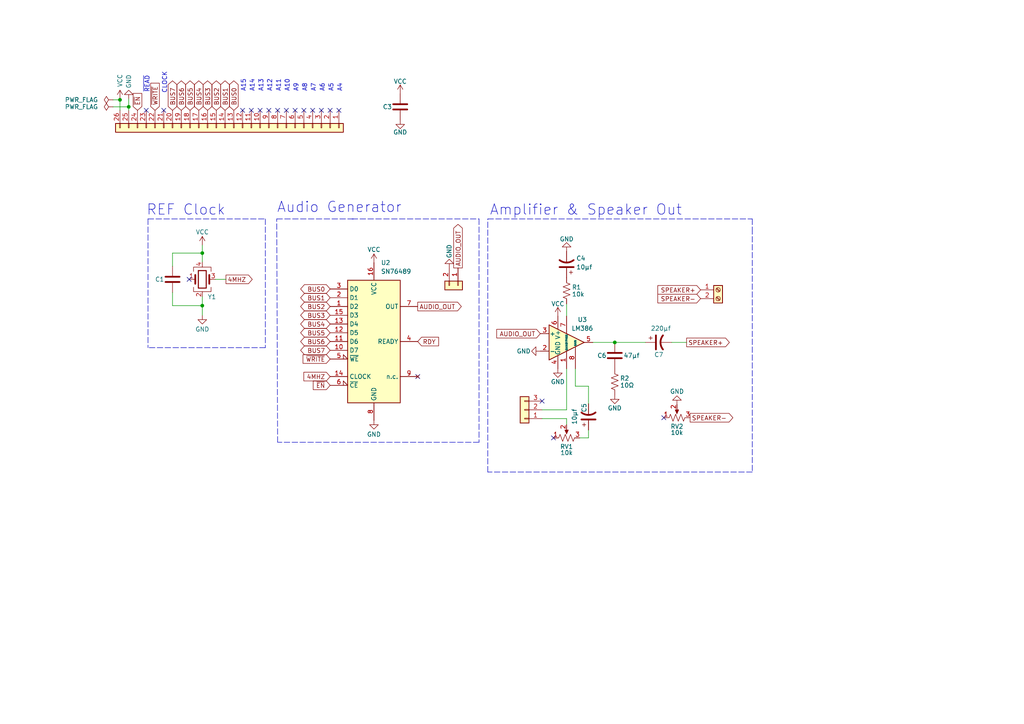
<source format=kicad_sch>
(kicad_sch (version 20211123) (generator eeschema)
  (paper "A4")
  (lib_symbols
    (symbol "Amplifier_Audio:LM386" (pin_names (offset 0.127))
      (property "Reference" "U" (at 1.27 7.62 0))
      (property "Value" "LM386" (at 1.27 5.08 0))
      (symbol "LM386_0_1"
        (polyline (pts (xy 5.08 0) (xy -5.08 5.08) (xy -5.08 -5.08) (xy 5.08 0)) (stroke (width 0.254)) (fill (type background)))
      )
      (symbol "LM386_1_1"
        (pin input line (at 0 -7.62 90) (length 5.08) (name "GAIN") (number "1"))
        (pin input line (at -7.62 -2.54 0) (length 2.54) (name "-") (number "2"))
        (pin input line (at -7.62 2.54 0) (length 2.54) (name "+") (number "3"))
        (pin power_in line (at -2.54 -7.62 90) (length 3.81) (name "GND") (number "4"))
        (pin output line (at 7.62 0 180) (length 2.54) (name "~") (number "5"))
        (pin power_in line (at -2.54 7.62 270) (length 3.81) (name "V+") (number "6"))
        (pin input line (at 0 7.62 270) (length 5.08) (name "BYPASS") (number "7"))
        (pin input line (at 2.54 -7.62 90) (length 6.35) (name "GAIN") (number "8"))
      )
    )
    (symbol "Connector:Screw_Terminal_01x02" (pin_names (offset 1.016) hide)
      (property "Reference" "J" (at 0 2.54 0))
      (property "Value" "Screw_Terminal_01x02" (at 0 -5.08 0))
      (symbol "Screw_Terminal_01x02_1_1"
        (rectangle (start -1.27 1.27) (end 1.27 -3.81) (stroke (width 0.254)) (fill (type background)))
        (circle (center 0 -2.54) (radius 0.635) (stroke (width 0.1524)))
        (polyline (pts (xy -0.5334 -2.2098) (xy 0.3302 -3.048)) (stroke (width 0.1524)))
        (polyline (pts (xy -0.5334 0.3302) (xy 0.3302 -0.508)) (stroke (width 0.1524)))
        (polyline (pts (xy -0.3556 -2.032) (xy 0.508 -2.8702)) (stroke (width 0.1524)))
        (polyline (pts (xy -0.3556 0.508) (xy 0.508 -0.3302)) (stroke (width 0.1524)))
        (circle (center 0 0) (radius 0.635) (stroke (width 0.1524)))
        (pin passive line (at -5.08 0 0) (length 3.81) (name "Pin_1") (number "1"))
        (pin passive line (at -5.08 -2.54 0) (length 3.81) (name "Pin_2") (number "2"))
      )
    )
    (symbol "Connector_Generic:Conn_01x02" (pin_names (offset 1.016) hide)
      (property "Reference" "J" (at 0 2.54 0))
      (property "Value" "Conn_01x02" (at 0 -5.08 0))
      (symbol "Conn_01x02_1_1"
        (rectangle (start -1.27 -2.413) (end 0 -2.667) (stroke (width 0.1524)))
        (rectangle (start -1.27 0.127) (end 0 -0.127) (stroke (width 0.1524)))
        (rectangle (start -1.27 1.27) (end 1.27 -3.81) (stroke (width 0.254)) (fill (type background)))
        (pin passive line (at -5.08 0 0) (length 3.81) (name "Pin_1") (number "1"))
        (pin passive line (at -5.08 -2.54 0) (length 3.81) (name "Pin_2") (number "2"))
      )
    )
    (symbol "Connector_Generic:Conn_01x03" (pin_names (offset 1.016) hide)
      (property "Reference" "J" (at 0 5.08 0))
      (property "Value" "Conn_01x03" (at 0 -5.08 0))
      (symbol "Conn_01x03_1_1"
        (rectangle (start -1.27 -2.413) (end 0 -2.667) (stroke (width 0.1524)))
        (rectangle (start -1.27 0.127) (end 0 -0.127) (stroke (width 0.1524)))
        (rectangle (start -1.27 2.667) (end 0 2.413) (stroke (width 0.1524)))
        (rectangle (start -1.27 3.81) (end 1.27 -3.81) (stroke (width 0.254)) (fill (type background)))
        (pin passive line (at -5.08 2.54 0) (length 3.81) (name "Pin_1") (number "1"))
        (pin passive line (at -5.08 0 0) (length 3.81) (name "Pin_2") (number "2"))
        (pin passive line (at -5.08 -2.54 0) (length 3.81) (name "Pin_3") (number "3"))
      )
    )
    (symbol "Connector_Generic:Conn_01x26" (pin_names (offset 1.016) hide)
      (property "Reference" "J" (at 0 33.02 0))
      (property "Value" "Conn_01x26" (at 0 -35.56 0))
      (symbol "Conn_01x26_1_1"
        (rectangle (start -1.27 -32.893) (end 0 -33.147) (stroke (width 0.1524)))
        (rectangle (start -1.27 -30.353) (end 0 -30.607) (stroke (width 0.1524)))
        (rectangle (start -1.27 -27.813) (end 0 -28.067) (stroke (width 0.1524)))
        (rectangle (start -1.27 -25.273) (end 0 -25.527) (stroke (width 0.1524)))
        (rectangle (start -1.27 -22.733) (end 0 -22.987) (stroke (width 0.1524)))
        (rectangle (start -1.27 -20.193) (end 0 -20.447) (stroke (width 0.1524)))
        (rectangle (start -1.27 -17.653) (end 0 -17.907) (stroke (width 0.1524)))
        (rectangle (start -1.27 -15.113) (end 0 -15.367) (stroke (width 0.1524)))
        (rectangle (start -1.27 -12.573) (end 0 -12.827) (stroke (width 0.1524)))
        (rectangle (start -1.27 -10.033) (end 0 -10.287) (stroke (width 0.1524)))
        (rectangle (start -1.27 -7.493) (end 0 -7.747) (stroke (width 0.1524)))
        (rectangle (start -1.27 -4.953) (end 0 -5.207) (stroke (width 0.1524)))
        (rectangle (start -1.27 -2.413) (end 0 -2.667) (stroke (width 0.1524)))
        (rectangle (start -1.27 0.127) (end 0 -0.127) (stroke (width 0.1524)))
        (rectangle (start -1.27 2.667) (end 0 2.413) (stroke (width 0.1524)))
        (rectangle (start -1.27 5.207) (end 0 4.953) (stroke (width 0.1524)))
        (rectangle (start -1.27 7.747) (end 0 7.493) (stroke (width 0.1524)))
        (rectangle (start -1.27 10.287) (end 0 10.033) (stroke (width 0.1524)))
        (rectangle (start -1.27 12.827) (end 0 12.573) (stroke (width 0.1524)))
        (rectangle (start -1.27 15.367) (end 0 15.113) (stroke (width 0.1524)))
        (rectangle (start -1.27 17.907) (end 0 17.653) (stroke (width 0.1524)))
        (rectangle (start -1.27 20.447) (end 0 20.193) (stroke (width 0.1524)))
        (rectangle (start -1.27 22.987) (end 0 22.733) (stroke (width 0.1524)))
        (rectangle (start -1.27 25.527) (end 0 25.273) (stroke (width 0.1524)))
        (rectangle (start -1.27 28.067) (end 0 27.813) (stroke (width 0.1524)))
        (rectangle (start -1.27 30.607) (end 0 30.353) (stroke (width 0.1524)))
        (rectangle (start -1.27 31.75) (end 1.27 -34.29) (stroke (width 0.254)) (fill (type background)))
        (pin passive line (at -5.08 30.48 0) (length 3.81) (name "Pin_1") (number "1"))
        (pin passive line (at -5.08 7.62 0) (length 3.81) (name "Pin_10") (number "10"))
        (pin passive line (at -5.08 5.08 0) (length 3.81) (name "Pin_11") (number "11"))
        (pin passive line (at -5.08 2.54 0) (length 3.81) (name "Pin_12") (number "12"))
        (pin passive line (at -5.08 0 0) (length 3.81) (name "Pin_13") (number "13"))
        (pin passive line (at -5.08 -2.54 0) (length 3.81) (name "Pin_14") (number "14"))
        (pin passive line (at -5.08 -5.08 0) (length 3.81) (name "Pin_15") (number "15"))
        (pin passive line (at -5.08 -7.62 0) (length 3.81) (name "Pin_16") (number "16"))
        (pin passive line (at -5.08 -10.16 0) (length 3.81) (name "Pin_17") (number "17"))
        (pin passive line (at -5.08 -12.7 0) (length 3.81) (name "Pin_18") (number "18"))
        (pin passive line (at -5.08 -15.24 0) (length 3.81) (name "Pin_19") (number "19"))
        (pin passive line (at -5.08 27.94 0) (length 3.81) (name "Pin_2") (number "2"))
        (pin passive line (at -5.08 -17.78 0) (length 3.81) (name "Pin_20") (number "20"))
        (pin passive line (at -5.08 -20.32 0) (length 3.81) (name "Pin_21") (number "21"))
        (pin passive line (at -5.08 -22.86 0) (length 3.81) (name "Pin_22") (number "22"))
        (pin passive line (at -5.08 -25.4 0) (length 3.81) (name "Pin_23") (number "23"))
        (pin passive line (at -5.08 -27.94 0) (length 3.81) (name "Pin_24") (number "24"))
        (pin passive line (at -5.08 -30.48 0) (length 3.81) (name "Pin_25") (number "25"))
        (pin passive line (at -5.08 -33.02 0) (length 3.81) (name "Pin_26") (number "26"))
        (pin passive line (at -5.08 25.4 0) (length 3.81) (name "Pin_3") (number "3"))
        (pin passive line (at -5.08 22.86 0) (length 3.81) (name "Pin_4") (number "4"))
        (pin passive line (at -5.08 20.32 0) (length 3.81) (name "Pin_5") (number "5"))
        (pin passive line (at -5.08 17.78 0) (length 3.81) (name "Pin_6") (number "6"))
        (pin passive line (at -5.08 15.24 0) (length 3.81) (name "Pin_7") (number "7"))
        (pin passive line (at -5.08 12.7 0) (length 3.81) (name "Pin_8") (number "8"))
        (pin passive line (at -5.08 10.16 0) (length 3.81) (name "Pin_9") (number "9"))
      )
    )
    (symbol "Device:C" (pin_numbers hide) (pin_names (offset 0.254))
      (property "Reference" "C" (at 0.635 2.54 0))
      (property "Value" "C" (at 0.635 -2.54 0))
      (symbol "C_0_1"
        (polyline (pts (xy -2.032 -0.762) (xy 2.032 -0.762)) (stroke (width 0.508)))
        (polyline (pts (xy -2.032 0.762) (xy 2.032 0.762)) (stroke (width 0.508)))
      )
      (symbol "C_1_1"
        (pin passive line (at 0 3.81 270) (length 2.794) (name "~") (number "1"))
        (pin passive line (at 0 -3.81 90) (length 2.794) (name "~") (number "2"))
      )
    )
    (symbol "Device:C_Polarized_US" (pin_numbers hide) (pin_names (offset 0.254) hide)
      (property "Reference" "C" (at 0.635 2.54 0))
      (property "Value" "C_Polarized_US" (at 0.635 -2.54 0))
      (symbol "C_Polarized_US_0_1"
        (polyline (pts (xy -2.032 0.762) (xy 2.032 0.762)) (stroke (width 0.508)))
        (polyline (pts (xy -1.778 2.286) (xy -0.762 2.286)))
        (polyline (pts (xy -1.27 1.778) (xy -1.27 2.794)))
        (arc (start 2.032 -1.27) (mid 0 -0.5572) (end -2.032 -1.27) (stroke (width 0.508)))
      )
      (symbol "C_Polarized_US_1_1"
        (pin passive line (at 0 3.81 270) (length 2.794) (name "~") (number "1"))
        (pin passive line (at 0 -3.81 90) (length 3.302) (name "~") (number "2"))
      )
    )
    (symbol "Device:Crystal_GND24" (pin_names (offset 1.016) hide)
      (property "Reference" "Y" (at 3.175 5.08 0))
      (property "Value" "Crystal_GND24" (at 3.175 3.175 0))
      (symbol "Crystal_GND24_0_1"
        (rectangle (start -1.143 2.54) (end 1.143 -2.54) (stroke (width 0.3048)))
        (polyline (pts (xy -2.54 0) (xy -2.032 0)))
        (polyline (pts (xy -2.032 -1.27) (xy -2.032 1.27)) (stroke (width 0.508)))
        (polyline (pts (xy 0 -3.81) (xy 0 -3.556)))
        (polyline (pts (xy 0 3.556) (xy 0 3.81)))
        (polyline (pts (xy 2.032 -1.27) (xy 2.032 1.27)) (stroke (width 0.508)))
        (polyline (pts (xy 2.032 0) (xy 2.54 0)))
        (polyline (pts (xy -2.54 -2.286) (xy -2.54 -3.556) (xy 2.54 -3.556) (xy 2.54 -2.286)))
        (polyline (pts (xy -2.54 2.286) (xy -2.54 3.556) (xy 2.54 3.556) (xy 2.54 2.286)))
      )
      (symbol "Crystal_GND24_1_1"
        (pin passive line (at -3.81 0 0) (length 1.27) (name "1") (number "1"))
        (pin passive line (at 0 5.08 270) (length 1.27) (name "2") (number "2"))
        (pin passive line (at 3.81 0 180) (length 1.27) (name "3") (number "3"))
        (pin passive line (at 0 -5.08 90) (length 1.27) (name "4") (number "4"))
      )
    )
    (symbol "Device:R_Potentiometer_US" (pin_names (offset 1.016) hide)
      (property "Reference" "RV" (at -4.445 0 90))
      (property "Value" "R_Potentiometer_US" (at -2.54 0 90))
      (symbol "R_Potentiometer_US_0_1"
        (polyline (pts (xy 0 -2.286) (xy 0 -2.54)))
        (polyline (pts (xy 0 2.54) (xy 0 2.286)))
        (polyline (pts (xy 2.54 0) (xy 1.524 0)))
        (polyline (pts (xy 1.143 0) (xy 2.286 0.508) (xy 2.286 -0.508) (xy 1.143 0)) (fill (type outline)))
        (polyline (pts (xy 0 -0.762) (xy 1.016 -1.143) (xy 0 -1.524) (xy -1.016 -1.905) (xy 0 -2.286)))
        (polyline (pts (xy 0 0.762) (xy 1.016 0.381) (xy 0 0) (xy -1.016 -0.381) (xy 0 -0.762)))
        (polyline (pts (xy 0 2.286) (xy 1.016 1.905) (xy 0 1.524) (xy -1.016 1.143) (xy 0 0.762)))
      )
      (symbol "R_Potentiometer_US_1_1"
        (pin passive line (at 0 3.81 270) (length 1.27) (name "1") (number "1"))
        (pin passive line (at 3.81 0 180) (length 1.27) (name "2") (number "2"))
        (pin passive line (at 0 -3.81 90) (length 1.27) (name "3") (number "3"))
      )
    )
    (symbol "Device:R_US" (pin_numbers hide) (pin_names (offset 0))
      (property "Reference" "R" (at 2.54 0 90))
      (property "Value" "R_US" (at -2.54 0 90))
      (symbol "R_US_0_1"
        (polyline (pts (xy 0 -2.286) (xy 0 -2.54)))
        (polyline (pts (xy 0 2.286) (xy 0 2.54)))
        (polyline (pts (xy 0 -0.762) (xy 1.016 -1.143) (xy 0 -1.524) (xy -1.016 -1.905) (xy 0 -2.286)))
        (polyline (pts (xy 0 0.762) (xy 1.016 0.381) (xy 0 0) (xy -1.016 -0.381) (xy 0 -0.762)))
        (polyline (pts (xy 0 2.286) (xy 1.016 1.905) (xy 0 1.524) (xy -1.016 1.143) (xy 0 0.762)))
      )
      (symbol "R_US_1_1"
        (pin passive line (at 0 3.81 270) (length 1.27) (name "~") (number "1"))
        (pin passive line (at 0 -3.81 90) (length 1.27) (name "~") (number "2"))
      )
    )
    (symbol "LIBRARY-8-bit-computer:SN76489"
      (property "Reference" "U" (at 5.08 17.78 0))
      (property "Value" "SN76489" (at 5.08 15.24 0))
      (symbol "SN76489_1_0"
        (pin input line (at -13.97 5.08 0) (length 5.08) (name "D2") (number "1"))
        (pin input line (at -13.97 -7.62 0) (length 5.08) (name "D7") (number "10"))
        (pin input line (at -13.97 -5.08 0) (length 5.08) (name "D6") (number "11"))
        (pin input line (at -13.97 -2.54 0) (length 5.08) (name "D5") (number "12"))
        (pin input line (at -13.97 0 0) (length 5.08) (name "D4") (number "13"))
        (pin input line (at -13.97 -15.24 0) (length 5.08) (name "CLOCK") (number "14"))
        (pin input line (at -13.97 2.54 0) (length 5.08) (name "D3") (number "15"))
        (pin power_in line (at -1.27 17.78 270) (length 5.08) (name "VCC") (number "16"))
        (pin input line (at -13.97 7.62 0) (length 5.08) (name "D1") (number "2"))
        (pin input line (at -13.97 10.16 0) (length 5.08) (name "D0") (number "3"))
        (pin output line (at 11.43 -5.08 180) (length 5.08) (name "READY") (number "4"))
        (pin input input_low (at -13.97 -10.16 0) (length 5.08) (name "~{WE}") (number "5"))
        (pin input input_low (at -13.97 -17.78 0) (length 5.08) (name "~{CE}") (number "6"))
        (pin output line (at 11.43 5.08 180) (length 5.08) (name "OUT") (number "7"))
        (pin power_in line (at -1.27 -27.94 90) (length 5.08) (name "GND") (number "8"))
        (pin no_connect line (at 11.43 -15.24 180) (length 5.08) (name "n.c.") (number "9"))
      )
      (symbol "SN76489_1_1"
        (rectangle (start -8.89 12.7) (end 6.35 -22.86) (stroke (width 0.254)) (fill (type background)))
      )
    )
    (symbol "power:GND" (power) (pin_names (offset 0))
      (property "Value" "GND" (at 0 -3.81 0))
      (symbol "GND_0_1"
        (polyline (pts (xy 0 0) (xy 0 -1.27) (xy 1.27 -1.27) (xy 0 -2.54) (xy -1.27 -1.27) (xy 0 -1.27)))
      )
      (symbol "GND_1_1"
        (pin power_in line (at 0 0 270) (length 0) hide (name "GND") (number "1"))
      )
    )
    (symbol "power:PWR_FLAG" (power) (pin_numbers hide) (pin_names (offset 0) hide)
      (property "Value" "PWR_FLAG" (at 0 3.81 0))
      (symbol "PWR_FLAG_0_0"
        (pin power_out line (at 0 0 90) (length 0) (name "pwr") (number "1"))
      )
      (symbol "PWR_FLAG_0_1"
        (polyline (pts (xy 0 0) (xy 0 1.27) (xy -1.016 1.905) (xy 0 2.54) (xy 1.016 1.905) (xy 0 1.27)))
      )
    )
    (symbol "power:VCC" (power) (pin_names (offset 0))
      (property "Value" "VCC" (at 0 3.81 0))
      (symbol "VCC_0_1"
        (polyline (pts (xy -0.762 1.27) (xy 0 2.54)))
        (polyline (pts (xy 0 0) (xy 0 2.54)))
        (polyline (pts (xy 0 2.54) (xy 0.762 1.27)))
      )
      (symbol "VCC_1_1"
        (pin power_in line (at 0 0 90) (length 0) hide (name "VCC") (number "1"))
      )
    )
  )
  (junction (at 58.674 88.646))
  (junction (at 37.338 30.988))
  (junction (at 34.798 28.956))
  (junction (at 178.308 99.314))
  (junction (at 58.674 73.406))
  (no_connect (at 90.678 32.004))
  (no_connect (at 85.598 32.004))
  (no_connect (at 80.518 32.004))
  (no_connect (at 93.218 32.004))
  (no_connect (at 70.358 32.004))
  (no_connect (at 88.138 32.004))
  (no_connect (at 42.418 32.004))
  (no_connect (at 121.158 109.22))
  (no_connect (at 54.864 81.026))
  (no_connect (at 98.298 32.004))
  (no_connect (at 95.758 32.004))
  (no_connect (at 77.978 32.004))
  (no_connect (at 75.438 32.004))
  (no_connect (at 192.532 121.158))
  (no_connect (at 47.498 32.004))
  (no_connect (at 83.058 32.004))
  (no_connect (at 72.898 32.004))
  (no_connect (at 160.528 127))
  (no_connect (at 157.226 116.332))
  (polyline (pts (xy 42.926 63.5) (xy 42.926 100.838)))
  (wire (pts (xy 166.878 112.014) (xy 166.878 106.934)))
  (wire (pts (xy 58.674 71.12) (xy 58.674 73.406)))
  (polyline (pts (xy 42.926 63.5) (xy 76.962 63.5)))
  (wire (pts (xy 164.338 118.872) (xy 157.226 118.872)))
  (wire (pts (xy 58.674 73.406) (xy 58.674 75.946)))
  (polyline (pts (xy 76.962 63.5) (xy 76.962 100.838)))
  (polyline (pts (xy 141.478 63.5) (xy 218.186 63.5)))
  (wire (pts (xy 37.338 30.988) (xy 32.766 30.988)))
  (polyline (pts (xy 80.518 128.27) (xy 80.264 63.5)))
  (wire (pts (xy 50.038 77.216) (xy 50.038 73.406)))
  (polyline (pts (xy 80.264 63.5) (xy 102.87 63.5)))
  (wire (pts (xy 58.674 88.646) (xy 50.038 88.646)))
  (wire (pts (xy 194.818 99.314) (xy 199.136 99.314)))
  (wire (pts (xy 37.338 32.004) (xy 37.338 30.988)))
  (wire (pts (xy 50.038 88.646) (xy 50.038 84.836)))
  (polyline (pts (xy 76.962 100.838) (xy 42.926 100.838)))
  (wire (pts (xy 171.958 99.314) (xy 178.308 99.314)))
  (polyline (pts (xy 138.938 128.27) (xy 80.518 128.27)))
  (polyline (pts (xy 141.478 136.906) (xy 141.478 63.5)))
  (wire (pts (xy 50.038 73.406) (xy 58.674 73.406)))
  (wire (pts (xy 168.148 127) (xy 170.688 127)))
  (wire (pts (xy 164.338 88.138) (xy 164.338 91.694)))
  (wire (pts (xy 170.688 117.094) (xy 170.688 112.014)))
  (polyline (pts (xy 218.186 66.294) (xy 218.186 136.906)))
  (wire (pts (xy 65.532 81.026) (xy 62.484 81.026)))
  (wire (pts (xy 170.688 112.014) (xy 166.878 112.014)))
  (wire (pts (xy 58.674 91.44) (xy 58.674 88.646)))
  (wire (pts (xy 170.688 124.714) (xy 170.688 127)))
  (polyline (pts (xy 138.938 63.5) (xy 138.938 128.27)))
  (wire (pts (xy 34.798 28.956) (xy 34.798 28.702)))
  (wire (pts (xy 164.338 121.412) (xy 164.338 123.19)))
  (wire (pts (xy 157.226 121.412) (xy 164.338 121.412)))
  (polyline (pts (xy 218.186 136.906) (xy 141.478 136.906)))
  (wire (pts (xy 58.674 88.646) (xy 58.674 86.106)))
  (wire (pts (xy 37.338 30.988) (xy 37.338 28.702)))
  (wire (pts (xy 34.798 32.004) (xy 34.798 28.956)))
  (wire (pts (xy 164.338 106.934) (xy 164.338 118.872)))
  (polyline (pts (xy 102.108 63.5) (xy 138.938 63.5)))
  (wire (pts (xy 32.766 28.956) (xy 34.798 28.956)))
  (wire (pts (xy 178.308 99.314) (xy 187.198 99.314)))
  (polyline (pts (xy 218.186 63.5) (xy 218.186 66.294)))
  (text "A6" (at 94.234 26.67 90) (effects (font (size 1.27 1.27)) (justify left bottom)))
  (text "A12" (at 78.994 26.67 90) (effects (font (size 1.27 1.27)) (justify left bottom)))
  (text "A10" (at 84.074 26.67 90) (effects (font (size 1.27 1.27)) (justify left bottom)))
  (text "A5" (at 96.774 26.67 90) (effects (font (size 1.27 1.27)) (justify left bottom)))
  (text "A7" (at 91.694 26.67 90) (effects (font (size 1.27 1.27)) (justify left bottom)))
  (text "A13" (at 76.454 26.67 90) (effects (font (size 1.27 1.27)) (justify left bottom)))
  (text "CLOCK" (at 48.514 27.178 90) (effects (font (size 1.27 1.27)) (justify left bottom)))
  (text "Amplifier & Speaker Out" (at 141.986 62.738 0) (effects (font (size 3 3)) (justify left bottom)))
  (text "REF Clock" (at 42.418 62.738 0) (effects (font (size 3 3)) (justify left bottom)))
  (text "A9" (at 86.614 26.67 90) (effects (font (size 1.27 1.27)) (justify left bottom)))
  (text "A8" (at 89.154 26.67 90) (effects (font (size 1.27 1.27)) (justify left bottom)))
  (text "A15" (at 71.374 26.67 90) (effects (font (size 1.27 1.27)) (justify left bottom)))
  (text "~{READ}" (at 43.434 26.924 90) (effects (font (size 1.27 1.27)) (justify left bottom)))
  (text "Audio Generator" (at 80.264 61.976 0) (effects (font (size 3 3)) (justify left bottom)))
  (text "A14" (at 73.914 26.67 90) (effects (font (size 1.27 1.27)) (justify left bottom)))
  (text "A11" (at 81.534 26.67 90) (effects (font (size 1.27 1.27)) (justify left bottom)))
  (text "A4" (at 99.314 26.67 90) (effects (font (size 1.27 1.27)) (justify left bottom)))
  (global_label "~{EN}" (shape input) (at 39.878 32.004 90) (property "Intersheet References" "${INTERSHEET_REFS}" (effects hide)))
  (global_label "BUS2" (shape tri_state) (at 95.758 88.9 180) (property "Intersheet References" "${INTERSHEET_REFS}" (effects hide)))
  (global_label "BUS0" (shape tri_state) (at 67.818 32.004 90) (property "Intersheet References" "${INTERSHEET_REFS}" (effects hide)))
  (global_label "4MHZ" (shape input) (at 95.758 109.22 180) (property "Intersheet References" "${INTERSHEET_REFS}" (effects hide)))
  (global_label "BUS3" (shape tri_state) (at 60.198 32.004 90) (property "Intersheet References" "${INTERSHEET_REFS}" (effects hide)))
  (global_label "BUS1" (shape tri_state) (at 95.758 86.36 180) (property "Intersheet References" "${INTERSHEET_REFS}" (effects hide)))
  (global_label "SPEAKER+" (shape output) (at 199.136 99.314 0) (property "Intersheet References" "${INTERSHEET_REFS}" (effects hide)))
  (global_label "BUS4" (shape tri_state) (at 57.658 32.004 90) (property "Intersheet References" "${INTERSHEET_REFS}" (effects hide)))
  (global_label "BUS6" (shape tri_state) (at 52.578 32.004 90) (property "Intersheet References" "${INTERSHEET_REFS}" (effects hide)))
  (global_label "BUS5" (shape tri_state) (at 95.758 96.52 180) (property "Intersheet References" "${INTERSHEET_REFS}" (effects hide)))
  (global_label "~{WRITE}" (shape input) (at 95.758 104.14 180) (property "Intersheet References" "${INTERSHEET_REFS}" (effects hide)))
  (global_label "4MHZ" (shape output) (at 65.532 81.026 0) (property "Intersheet References" "${INTERSHEET_REFS}" (effects hide)))
  (global_label "SPEAKER-" (shape output) (at 200.152 121.158 0) (property "Intersheet References" "${INTERSHEET_REFS}" (effects hide)))
  (global_label "SPEAKER-" (shape input) (at 203.2 86.614 180) (property "Intersheet References" "${INTERSHEET_REFS}" (effects hide)))
  (global_label "BUS6" (shape tri_state) (at 95.758 99.06 180) (property "Intersheet References" "${INTERSHEET_REFS}" (effects hide)))
  (global_label "BUS3" (shape tri_state) (at 95.758 91.44 180) (property "Intersheet References" "${INTERSHEET_REFS}" (effects hide)))
  (global_label "BUS1" (shape tri_state) (at 65.278 32.004 90) (property "Intersheet References" "${INTERSHEET_REFS}" (effects hide)))
  (global_label "~{EN}" (shape input) (at 95.758 111.76 180) (property "Intersheet References" "${INTERSHEET_REFS}" (effects hide)))
  (global_label "AUDIO_OUT" (shape output) (at 132.842 77.724 90) (property "Intersheet References" "${INTERSHEET_REFS}" (effects hide)))
  (global_label "BUS4" (shape tri_state) (at 95.758 93.98 180) (property "Intersheet References" "${INTERSHEET_REFS}" (effects hide)))
  (global_label "BUS7" (shape tri_state) (at 95.758 101.6 180) (property "Intersheet References" "${INTERSHEET_REFS}" (effects hide)))
  (global_label "BUS5" (shape tri_state) (at 55.118 32.004 90) (property "Intersheet References" "${INTERSHEET_REFS}" (effects hide)))
  (global_label "RDY" (shape input) (at 121.158 99.06 0) (property "Intersheet References" "${INTERSHEET_REFS}" (effects hide)))
  (global_label "~{WRITE}" (shape input) (at 44.958 32.004 90) (property "Intersheet References" "${INTERSHEET_REFS}" (effects hide)))
  (global_label "SPEAKER+" (shape input) (at 203.2 84.074 180) (property "Intersheet References" "${INTERSHEET_REFS}" (effects hide)))
  (global_label "AUDIO_OUT" (shape input) (at 156.718 96.774 180) (property "Intersheet References" "${INTERSHEET_REFS}" (effects hide)))
  (global_label "BUS2" (shape tri_state) (at 62.738 32.004 90) (property "Intersheet References" "${INTERSHEET_REFS}" (effects hide)))
  (global_label "BUS7" (shape tri_state) (at 50.038 32.004 90) (property "Intersheet References" "${INTERSHEET_REFS}" (effects hide)))
  (global_label "BUS0" (shape tri_state) (at 95.758 83.82 180) (property "Intersheet References" "${INTERSHEET_REFS}" (effects hide)))
  (global_label "AUDIO_OUT" (shape output) (at 121.158 88.9 0) (property "Intersheet References" "${INTERSHEET_REFS}" (effects hide)))
  (symbol (lib_id "Device:R_US") (at 164.338 84.328 0) (unit 1)
    (property "Reference" "R1" (at 165.862 83.312 0) (effects (justify left)))
    (property "Value" "10k" (at 165.862 85.344 0) (effects (justify left)))
    (property "Footprint" "Resistor_SMD:R_0805_2012Metric" (effects hide))
  )
  (symbol (lib_id "power:PWR_FLAG") (at 32.766 30.988 90) (mirror x) (unit 1)
    (property "Reference" "#FLG02" (effects hide))
    (property "Value" "PWR_FLAG" (at 28.448 30.9879 90) (effects (justify left)))
  )
  (symbol (lib_id "Device:C_Polarized_US") (at 170.688 120.904 0) (mirror x) (unit 1)
    (property "Reference" "C5" (at 169.418 119.634 90) (effects (justify right)))
    (property "Value" "10µf" (at 166.624 123.19 90) (effects (justify right)))
    (property "Footprint" "Capacitor_SMD:CP_Elec_5x5.4" (effects hide))
  )
  (symbol (lib_id "power:GND") (at 196.342 117.348 180) (unit 1)
    (property "Reference" "#PWR023" (effects hide))
    (property "Value" "GND" (at 194.31 113.538 0) (effects (justify right)))
  )
  (symbol (lib_id "Device:R_Potentiometer_US") (at 196.342 121.158 90) (unit 1)
    (property "Reference" "RV2" (at 196.342 123.698 90))
    (property "Value" "10k" (at 196.342 125.476 90))
    (property "Footprint" "Potentiometer_THT:Potentiometer_ACP_CA9-H3,8_Horizontal" (effects hide))
  )
  (symbol (lib_id "LIBRARY-8-bit-computer:SN76489") (at 109.728 93.98 0) (unit 1)
    (property "Reference" "U2" (at 110.4774 76.2 0) (effects (justify left)))
    (property "Value" "SN76489" (at 110.4774 78.74 0) (effects (justify left)))
    (property "Footprint" "Package_DIP:DIP-16_W7.62mm" (effects hide))
  )
  (symbol (lib_id "Device:C") (at 50.038 81.026 0) (unit 1)
    (property "Reference" "C1" (at 44.958 81.026 0) (effects (justify left)))
    (property "Value" "C" (effects hide))
    (property "Footprint" "Capacitor_SMD:C_0805_2012Metric" (effects hide))
  )
  (symbol (lib_id "Connector_Generic:Conn_01x03") (at 152.146 118.872 180) (unit 1)
    (property "Reference" "J2" (effects hide))
    (property "Value" "Conn_01x03" (effects hide))
    (property "Footprint" "Connector_PinHeader_2.54mm:PinHeader_1x03_P2.54mm_Vertical" (effects hide))
  )
  (symbol (lib_id "Amplifier_Audio:LM386") (at 164.338 99.314 0) (unit 1)
    (property "Reference" "U3" (at 168.91 92.71 0))
    (property "Value" "LM386" (at 168.91 95.25 0))
    (property "Footprint" "Package_DIP:DIP-8_W7.62mm" (effects hide))
    (property "Datasheet" "http://www.ti.com/lit/ds/symlink/lm386.pdf" (effects hide))
  )
  (symbol (lib_id "Device:R_US") (at 178.308 110.744 0) (unit 1)
    (property "Reference" "R2" (at 179.832 109.728 0) (effects (justify left)))
    (property "Value" "10Ω" (at 179.832 111.76 0) (effects (justify left)))
    (property "Footprint" "Resistor_SMD:R_0805_2012Metric" (effects hide))
  )
  (symbol (lib_id "power:GND") (at 37.338 28.702 0) (mirror x) (unit 1)
    (property "Reference" "#PWR02" (effects hide))
    (property "Value" "GND" (at 37.338 23.622 90))
  )
  (symbol (lib_id "power:PWR_FLAG") (at 32.766 28.956 90) (mirror x) (unit 1)
    (property "Reference" "#FLG01" (effects hide))
    (property "Value" "PWR_FLAG" (at 28.448 28.9559 90) (effects (justify left)))
  )
  (symbol (lib_id "power:VCC") (at 108.458 76.2 0) (unit 1)
    (property "Reference" "#PWR04" (effects hide))
    (property "Value" "VCC" (at 108.458 72.39 0))
  )
  (symbol (lib_id "power:VCC") (at 34.798 28.702 0) (unit 1)
    (property "Reference" "#PWR01" (effects hide))
    (property "Value" "VCC" (at 34.798 23.368 90))
  )
  (symbol (lib_id "Device:C_Polarized_US") (at 164.338 76.708 180) (unit 1)
    (property "Reference" "C4" (at 167.132 74.93 0) (effects (justify right)))
    (property "Value" "10µf" (at 167.132 77.47 0) (effects (justify right)))
    (property "Footprint" "Capacitor_SMD:CP_Elec_5x5.4" (effects hide))
  )
  (symbol (lib_id "power:GND") (at 58.674 91.44 0) (unit 1)
    (property "Reference" "#PWR015" (effects hide))
    (property "Value" "GND" (at 58.674 95.504 0))
  )
  (symbol (lib_id "Device:Crystal_GND24") (at 58.674 81.026 0) (mirror x) (unit 1)
    (property "Reference" "Y1" (at 61.468 86.106 0))
    (property "Value" "4MHz" (effects hide))
    (property "Footprint" "LIBRARY-8-bit-computer:Crystal_DIP_4_14" (effects hide))
  )
  (symbol (lib_id "power:GND") (at 116.078 34.798 0) (unit 1)
    (property "Reference" "#PWR017" (effects hide))
    (property "Value" "GND" (at 118.11 38.354 0) (effects (justify right)))
  )
  (symbol (lib_id "power:VCC") (at 161.798 91.694 0) (unit 1)
    (property "Reference" "#PWR019" (effects hide))
    (property "Value" "VCC" (at 161.798 88.138 0))
  )
  (symbol (lib_id "power:GND") (at 108.458 121.92 0) (unit 1)
    (property "Reference" "#PWR05" (effects hide))
    (property "Value" "GND" (at 108.458 125.984 0))
  )
  (symbol (lib_id "power:GND") (at 164.338 72.898 180) (unit 1)
    (property "Reference" "#PWR021" (effects hide))
    (property "Value" "GND" (at 162.306 69.342 0) (effects (justify right)))
  )
  (symbol (lib_id "power:GND") (at 156.718 101.854 270) (unit 1)
    (property "Reference" "#PWR018" (effects hide))
    (property "Value" "GND" (at 153.924 101.854 90) (effects (justify right)))
  )
  (symbol (lib_id "power:VCC") (at 58.674 71.12 0) (unit 1)
    (property "Reference" "#PWR014" (effects hide))
    (property "Value" "VCC" (at 58.674 67.31 0))
  )
  (symbol (lib_id "power:GND") (at 130.302 77.724 180) (unit 1)
    (property "Reference" "#PWR03" (effects hide))
    (property "Value" "GND" (at 130.302 74.93 90) (effects (justify right)))
  )
  (symbol (lib_id "power:GND") (at 161.798 106.934 0) (unit 1)
    (property "Reference" "#PWR020" (effects hide))
    (property "Value" "GND" (at 163.83 110.744 0) (effects (justify right)))
  )
  (symbol (lib_id "Device:R_Potentiometer_US") (at 164.338 127 90) (unit 1)
    (property "Reference" "RV1" (at 164.338 129.54 90))
    (property "Value" "10k" (at 164.338 131.318 90))
    (property "Footprint" "Potentiometer_THT:Potentiometer_ACP_CA9-H3,8_Horizontal" (effects hide))
  )
  (symbol (lib_id "Device:C") (at 116.078 30.988 0) (unit 1)
    (property "Reference" "C3" (at 110.998 30.988 0) (effects (justify left)))
    (property "Value" "C" (effects hide))
    (property "Footprint" "Capacitor_SMD:C_0805_2012Metric" (effects hide))
  )
  (symbol (lib_id "power:GND") (at 178.308 114.554 0) (unit 1)
    (property "Reference" "#PWR022" (effects hide))
    (property "Value" "GND" (at 180.34 118.364 0) (effects (justify right)))
  )
  (symbol (lib_id "Device:C") (at 178.308 103.124 0) (unit 1)
    (property "Reference" "C6" (at 173.228 103.124 0) (effects (justify left)))
    (property "Value" "47µf" (at 180.848 103.124 0) (effects (justify left)))
    (property "Footprint" "Capacitor_SMD:C_0805_2012Metric" (effects hide))
  )
  (symbol (lib_id "Connector:Screw_Terminal_01x02") (at 208.28 84.074 0) (unit 1)
    (property "Reference" "J3" (effects hide))
    (property "Value" "Screw_Terminal_01x02" (effects hide))
    (property "Footprint" "TerminalBlock_Phoenix:TerminalBlock_Phoenix_MPT-0,5-2-2.54_1x02_P2.54mm_Horizontal" (effects hide))
  )
  (symbol (lib_id "Device:C_Polarized_US") (at 191.008 99.314 90) (mirror x) (unit 1)
    (property "Reference" "C7" (at 189.738 102.87 90) (effects (justify right)))
    (property "Value" "220µf" (at 188.722 95.25 90) (effects (justify right)))
    (property "Footprint" "Capacitor_SMD:CP_Elec_6.3x7.7" (effects hide))
  )
  (symbol (lib_id "Connector_Generic:Conn_01x02") (at 132.842 82.804 270) (unit 1)
    (property "Reference" "J4" (effects hide))
    (property "Value" "Conn_01x02" (effects hide))
    (property "Footprint" "Connector_PinHeader_2.54mm:PinHeader_1x02_P2.54mm_Vertical" (effects hide))
  )
  (symbol (lib_id "power:VCC") (at 116.078 27.178 0) (unit 1)
    (property "Reference" "#PWR016" (effects hide))
    (property "Value" "VCC" (at 116.078 23.622 0))
  )
  (symbol (lib_id "Connector_Generic:Conn_01x26") (at 67.818 37.084 270) (unit 1)
    (property "Reference" "J1" (effects hide))
    (property "Value" "Conn_01x26" (effects hide))
    (property "Footprint" "Connector_PinHeader_2.54mm:PinHeader_1x26_P2.54mm_Horizontal" (effects hide))
  )
)
</source>
